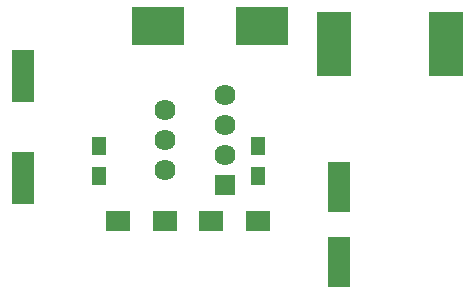
<source format=gts>
G04 #@! TF.GenerationSoftware,KiCad,Pcbnew,(5.1.5-0-10_14)*
G04 #@! TF.CreationDate,2021-11-11T15:24:48-05:00*
G04 #@! TF.ProjectId,Readout-DC-Board,52656164-6f75-4742-9d44-432d426f6172,rev?*
G04 #@! TF.SameCoordinates,Original*
G04 #@! TF.FileFunction,Soldermask,Top*
G04 #@! TF.FilePolarity,Negative*
%FSLAX46Y46*%
G04 Gerber Fmt 4.6, Leading zero omitted, Abs format (unit mm)*
G04 Created by KiCad (PCBNEW (5.1.5-0-10_14)) date 2021-11-11 15:24:48*
%MOMM*%
%LPD*%
G04 APERTURE LIST*
%ADD10R,3.000000X5.500000*%
%ADD11R,1.900000X4.400000*%
%ADD12R,1.250000X1.500000*%
%ADD13R,1.900000X4.200000*%
%ADD14R,4.500000X3.300000*%
%ADD15R,2.000000X1.700000*%
%ADD16C,1.790000*%
%ADD17R,1.790000X1.790000*%
G04 APERTURE END LIST*
D10*
X109550000Y-104140000D03*
X119050000Y-104140000D03*
D11*
X83185000Y-115475000D03*
X83185000Y-106775000D03*
D12*
X89662000Y-112776000D03*
X89662000Y-115276000D03*
X103124000Y-115276000D03*
X103124000Y-112776000D03*
D13*
X109982000Y-122580000D03*
X109982000Y-116180000D03*
D14*
X103460000Y-102616000D03*
X94660000Y-102616000D03*
D15*
X91250000Y-119126000D03*
X95250000Y-119126000D03*
X103124000Y-119126000D03*
X99124000Y-119126000D03*
D16*
X100296500Y-108458000D03*
X95216500Y-109728000D03*
X100296500Y-110998000D03*
X95216500Y-112268000D03*
X100296500Y-113538000D03*
X95216500Y-114808000D03*
D17*
X100296500Y-116078000D03*
M02*

</source>
